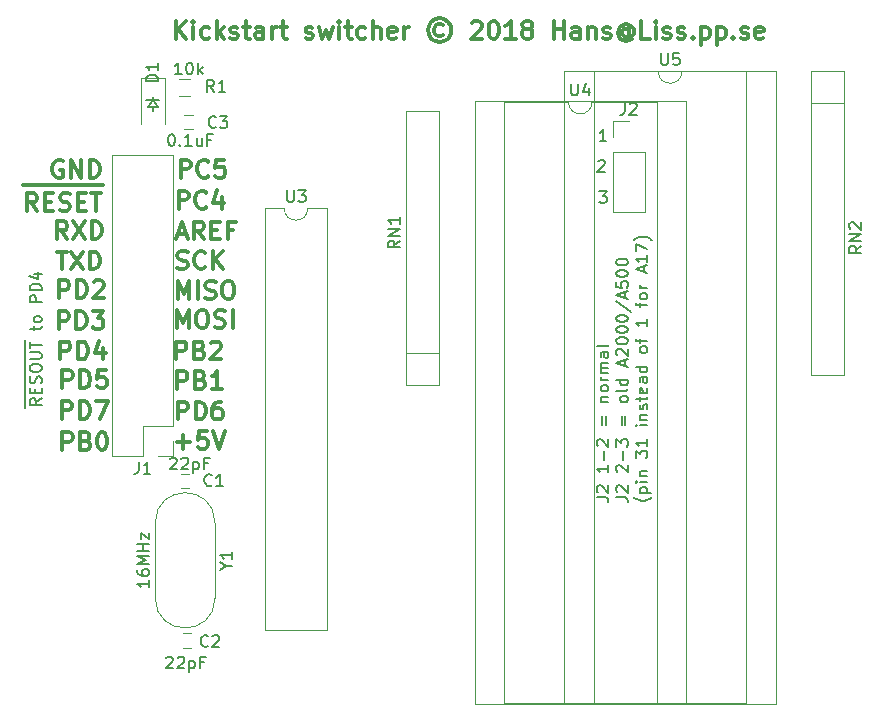
<source format=gbr>
G04 #@! TF.GenerationSoftware,KiCad,Pcbnew,(5.1.5)-2*
G04 #@! TF.CreationDate,2020-04-13T15:56:23+02:00*
G04 #@! TF.ProjectId,kickswitch,6b69636b-7377-4697-9463-682e6b696361,rev?*
G04 #@! TF.SameCoordinates,Original*
G04 #@! TF.FileFunction,Legend,Top*
G04 #@! TF.FilePolarity,Positive*
%FSLAX46Y46*%
G04 Gerber Fmt 4.6, Leading zero omitted, Abs format (unit mm)*
G04 Created by KiCad (PCBNEW (5.1.5)-2) date 2020-04-13 15:56:23*
%MOMM*%
%LPD*%
G04 APERTURE LIST*
%ADD10C,0.150000*%
%ADD11C,0.300000*%
%ADD12C,0.120000*%
G04 APERTURE END LIST*
D10*
X88622380Y-142130476D02*
X88622380Y-142701904D01*
X88622380Y-142416190D02*
X87622380Y-142416190D01*
X87765238Y-142511428D01*
X87860476Y-142606666D01*
X87908095Y-142701904D01*
X87622380Y-141273333D02*
X87622380Y-141463809D01*
X87670000Y-141559047D01*
X87717619Y-141606666D01*
X87860476Y-141701904D01*
X88050952Y-141749523D01*
X88431904Y-141749523D01*
X88527142Y-141701904D01*
X88574761Y-141654285D01*
X88622380Y-141559047D01*
X88622380Y-141368571D01*
X88574761Y-141273333D01*
X88527142Y-141225714D01*
X88431904Y-141178095D01*
X88193809Y-141178095D01*
X88098571Y-141225714D01*
X88050952Y-141273333D01*
X88003333Y-141368571D01*
X88003333Y-141559047D01*
X88050952Y-141654285D01*
X88098571Y-141701904D01*
X88193809Y-141749523D01*
X88622380Y-140749523D02*
X87622380Y-140749523D01*
X88336666Y-140416190D01*
X87622380Y-140082857D01*
X88622380Y-140082857D01*
X88622380Y-139606666D02*
X87622380Y-139606666D01*
X88098571Y-139606666D02*
X88098571Y-139035238D01*
X88622380Y-139035238D02*
X87622380Y-139035238D01*
X87955714Y-138654285D02*
X87955714Y-138130476D01*
X88622380Y-138654285D01*
X88622380Y-138130476D01*
X88950000Y-102070000D02*
X88960000Y-102430000D01*
X88960000Y-101440000D02*
X88960000Y-101170000D01*
X89510000Y-101450000D02*
X88960000Y-101440000D01*
X88380000Y-101450000D02*
X89510000Y-101450000D01*
X88970000Y-101440000D02*
X88380000Y-101450000D01*
X88560000Y-102060000D02*
X88970000Y-101440000D01*
X89360000Y-102060000D02*
X88560000Y-102060000D01*
X88960000Y-101460000D02*
X89360000Y-102060000D01*
X91394761Y-99292380D02*
X90823333Y-99292380D01*
X91109047Y-99292380D02*
X91109047Y-98292380D01*
X91013809Y-98435238D01*
X90918571Y-98530476D01*
X90823333Y-98578095D01*
X92013809Y-98292380D02*
X92109047Y-98292380D01*
X92204285Y-98340000D01*
X92251904Y-98387619D01*
X92299523Y-98482857D01*
X92347142Y-98673333D01*
X92347142Y-98911428D01*
X92299523Y-99101904D01*
X92251904Y-99197142D01*
X92204285Y-99244761D01*
X92109047Y-99292380D01*
X92013809Y-99292380D01*
X91918571Y-99244761D01*
X91870952Y-99197142D01*
X91823333Y-99101904D01*
X91775714Y-98911428D01*
X91775714Y-98673333D01*
X91823333Y-98482857D01*
X91870952Y-98387619D01*
X91918571Y-98340000D01*
X92013809Y-98292380D01*
X92775714Y-99292380D02*
X92775714Y-98292380D01*
X92870952Y-98911428D02*
X93156666Y-99292380D01*
X93156666Y-98625714D02*
X92775714Y-99006666D01*
X90477142Y-104332380D02*
X90572380Y-104332380D01*
X90667619Y-104380000D01*
X90715238Y-104427619D01*
X90762857Y-104522857D01*
X90810476Y-104713333D01*
X90810476Y-104951428D01*
X90762857Y-105141904D01*
X90715238Y-105237142D01*
X90667619Y-105284761D01*
X90572380Y-105332380D01*
X90477142Y-105332380D01*
X90381904Y-105284761D01*
X90334285Y-105237142D01*
X90286666Y-105141904D01*
X90239047Y-104951428D01*
X90239047Y-104713333D01*
X90286666Y-104522857D01*
X90334285Y-104427619D01*
X90381904Y-104380000D01*
X90477142Y-104332380D01*
X91239047Y-105237142D02*
X91286666Y-105284761D01*
X91239047Y-105332380D01*
X91191428Y-105284761D01*
X91239047Y-105237142D01*
X91239047Y-105332380D01*
X92239047Y-105332380D02*
X91667619Y-105332380D01*
X91953333Y-105332380D02*
X91953333Y-104332380D01*
X91858095Y-104475238D01*
X91762857Y-104570476D01*
X91667619Y-104618095D01*
X93096190Y-104665714D02*
X93096190Y-105332380D01*
X92667619Y-104665714D02*
X92667619Y-105189523D01*
X92715238Y-105284761D01*
X92810476Y-105332380D01*
X92953333Y-105332380D01*
X93048571Y-105284761D01*
X93096190Y-105237142D01*
X93905714Y-104808571D02*
X93572380Y-104808571D01*
X93572380Y-105332380D02*
X93572380Y-104332380D01*
X94048571Y-104332380D01*
X90417142Y-131837619D02*
X90464761Y-131790000D01*
X90560000Y-131742380D01*
X90798095Y-131742380D01*
X90893333Y-131790000D01*
X90940952Y-131837619D01*
X90988571Y-131932857D01*
X90988571Y-132028095D01*
X90940952Y-132170952D01*
X90369523Y-132742380D01*
X90988571Y-132742380D01*
X91369523Y-131837619D02*
X91417142Y-131790000D01*
X91512380Y-131742380D01*
X91750476Y-131742380D01*
X91845714Y-131790000D01*
X91893333Y-131837619D01*
X91940952Y-131932857D01*
X91940952Y-132028095D01*
X91893333Y-132170952D01*
X91321904Y-132742380D01*
X91940952Y-132742380D01*
X92369523Y-132075714D02*
X92369523Y-133075714D01*
X92369523Y-132123333D02*
X92464761Y-132075714D01*
X92655238Y-132075714D01*
X92750476Y-132123333D01*
X92798095Y-132170952D01*
X92845714Y-132266190D01*
X92845714Y-132551904D01*
X92798095Y-132647142D01*
X92750476Y-132694761D01*
X92655238Y-132742380D01*
X92464761Y-132742380D01*
X92369523Y-132694761D01*
X93607619Y-132218571D02*
X93274285Y-132218571D01*
X93274285Y-132742380D02*
X93274285Y-131742380D01*
X93750476Y-131742380D01*
X90087142Y-148677619D02*
X90134761Y-148630000D01*
X90230000Y-148582380D01*
X90468095Y-148582380D01*
X90563333Y-148630000D01*
X90610952Y-148677619D01*
X90658571Y-148772857D01*
X90658571Y-148868095D01*
X90610952Y-149010952D01*
X90039523Y-149582380D01*
X90658571Y-149582380D01*
X91039523Y-148677619D02*
X91087142Y-148630000D01*
X91182380Y-148582380D01*
X91420476Y-148582380D01*
X91515714Y-148630000D01*
X91563333Y-148677619D01*
X91610952Y-148772857D01*
X91610952Y-148868095D01*
X91563333Y-149010952D01*
X90991904Y-149582380D01*
X91610952Y-149582380D01*
X92039523Y-148915714D02*
X92039523Y-149915714D01*
X92039523Y-148963333D02*
X92134761Y-148915714D01*
X92325238Y-148915714D01*
X92420476Y-148963333D01*
X92468095Y-149010952D01*
X92515714Y-149106190D01*
X92515714Y-149391904D01*
X92468095Y-149487142D01*
X92420476Y-149534761D01*
X92325238Y-149582380D01*
X92134761Y-149582380D01*
X92039523Y-149534761D01*
X93277619Y-149058571D02*
X92944285Y-149058571D01*
X92944285Y-149582380D02*
X92944285Y-148582380D01*
X93420476Y-148582380D01*
X78165000Y-127533333D02*
X78165000Y-126533333D01*
X79532380Y-126723809D02*
X79056190Y-127057142D01*
X79532380Y-127295238D02*
X78532380Y-127295238D01*
X78532380Y-126914285D01*
X78580000Y-126819047D01*
X78627619Y-126771428D01*
X78722857Y-126723809D01*
X78865714Y-126723809D01*
X78960952Y-126771428D01*
X79008571Y-126819047D01*
X79056190Y-126914285D01*
X79056190Y-127295238D01*
X78165000Y-126533333D02*
X78165000Y-125628571D01*
X79008571Y-126295238D02*
X79008571Y-125961904D01*
X79532380Y-125819047D02*
X79532380Y-126295238D01*
X78532380Y-126295238D01*
X78532380Y-125819047D01*
X78165000Y-125628571D02*
X78165000Y-124676190D01*
X79484761Y-125438095D02*
X79532380Y-125295238D01*
X79532380Y-125057142D01*
X79484761Y-124961904D01*
X79437142Y-124914285D01*
X79341904Y-124866666D01*
X79246666Y-124866666D01*
X79151428Y-124914285D01*
X79103809Y-124961904D01*
X79056190Y-125057142D01*
X79008571Y-125247619D01*
X78960952Y-125342857D01*
X78913333Y-125390476D01*
X78818095Y-125438095D01*
X78722857Y-125438095D01*
X78627619Y-125390476D01*
X78580000Y-125342857D01*
X78532380Y-125247619D01*
X78532380Y-125009523D01*
X78580000Y-124866666D01*
X78165000Y-124676190D02*
X78165000Y-123628571D01*
X78532380Y-124247619D02*
X78532380Y-124057142D01*
X78580000Y-123961904D01*
X78675238Y-123866666D01*
X78865714Y-123819047D01*
X79199047Y-123819047D01*
X79389523Y-123866666D01*
X79484761Y-123961904D01*
X79532380Y-124057142D01*
X79532380Y-124247619D01*
X79484761Y-124342857D01*
X79389523Y-124438095D01*
X79199047Y-124485714D01*
X78865714Y-124485714D01*
X78675238Y-124438095D01*
X78580000Y-124342857D01*
X78532380Y-124247619D01*
X78165000Y-123628571D02*
X78165000Y-122580952D01*
X78532380Y-123390476D02*
X79341904Y-123390476D01*
X79437142Y-123342857D01*
X79484761Y-123295238D01*
X79532380Y-123200000D01*
X79532380Y-123009523D01*
X79484761Y-122914285D01*
X79437142Y-122866666D01*
X79341904Y-122819047D01*
X78532380Y-122819047D01*
X78165000Y-122580952D02*
X78165000Y-121819047D01*
X78532380Y-122485714D02*
X78532380Y-121914285D01*
X79532380Y-122200000D02*
X78532380Y-122200000D01*
X78865714Y-120961904D02*
X78865714Y-120580952D01*
X78532380Y-120819047D02*
X79389523Y-120819047D01*
X79484761Y-120771428D01*
X79532380Y-120676190D01*
X79532380Y-120580952D01*
X79532380Y-120104761D02*
X79484761Y-120200000D01*
X79437142Y-120247619D01*
X79341904Y-120295238D01*
X79056190Y-120295238D01*
X78960952Y-120247619D01*
X78913333Y-120200000D01*
X78865714Y-120104761D01*
X78865714Y-119961904D01*
X78913333Y-119866666D01*
X78960952Y-119819047D01*
X79056190Y-119771428D01*
X79341904Y-119771428D01*
X79437142Y-119819047D01*
X79484761Y-119866666D01*
X79532380Y-119961904D01*
X79532380Y-120104761D01*
X79532380Y-118580952D02*
X78532380Y-118580952D01*
X78532380Y-118200000D01*
X78580000Y-118104761D01*
X78627619Y-118057142D01*
X78722857Y-118009523D01*
X78865714Y-118009523D01*
X78960952Y-118057142D01*
X79008571Y-118104761D01*
X79056190Y-118200000D01*
X79056190Y-118580952D01*
X79532380Y-117580952D02*
X78532380Y-117580952D01*
X78532380Y-117342857D01*
X78580000Y-117200000D01*
X78675238Y-117104761D01*
X78770476Y-117057142D01*
X78960952Y-117009523D01*
X79103809Y-117009523D01*
X79294285Y-117057142D01*
X79389523Y-117104761D01*
X79484761Y-117200000D01*
X79532380Y-117342857D01*
X79532380Y-117580952D01*
X78865714Y-116152380D02*
X79532380Y-116152380D01*
X78484761Y-116390476D02*
X79199047Y-116628571D01*
X79199047Y-116009523D01*
X126522380Y-135088690D02*
X127236666Y-135088690D01*
X127379523Y-135136309D01*
X127474761Y-135231547D01*
X127522380Y-135374404D01*
X127522380Y-135469642D01*
X126617619Y-134660119D02*
X126570000Y-134612500D01*
X126522380Y-134517261D01*
X126522380Y-134279166D01*
X126570000Y-134183928D01*
X126617619Y-134136309D01*
X126712857Y-134088690D01*
X126808095Y-134088690D01*
X126950952Y-134136309D01*
X127522380Y-134707738D01*
X127522380Y-134088690D01*
X127522380Y-132374404D02*
X127522380Y-132945833D01*
X127522380Y-132660119D02*
X126522380Y-132660119D01*
X126665238Y-132755357D01*
X126760476Y-132850595D01*
X126808095Y-132945833D01*
X127141428Y-131945833D02*
X127141428Y-131183928D01*
X126617619Y-130755357D02*
X126570000Y-130707738D01*
X126522380Y-130612500D01*
X126522380Y-130374404D01*
X126570000Y-130279166D01*
X126617619Y-130231547D01*
X126712857Y-130183928D01*
X126808095Y-130183928D01*
X126950952Y-130231547D01*
X127522380Y-130802976D01*
X127522380Y-130183928D01*
X126998571Y-128993452D02*
X126998571Y-128231547D01*
X127284285Y-128231547D02*
X127284285Y-128993452D01*
X126855714Y-126993452D02*
X127522380Y-126993452D01*
X126950952Y-126993452D02*
X126903333Y-126945833D01*
X126855714Y-126850595D01*
X126855714Y-126707738D01*
X126903333Y-126612500D01*
X126998571Y-126564880D01*
X127522380Y-126564880D01*
X127522380Y-125945833D02*
X127474761Y-126041071D01*
X127427142Y-126088690D01*
X127331904Y-126136309D01*
X127046190Y-126136309D01*
X126950952Y-126088690D01*
X126903333Y-126041071D01*
X126855714Y-125945833D01*
X126855714Y-125802976D01*
X126903333Y-125707738D01*
X126950952Y-125660119D01*
X127046190Y-125612500D01*
X127331904Y-125612500D01*
X127427142Y-125660119D01*
X127474761Y-125707738D01*
X127522380Y-125802976D01*
X127522380Y-125945833D01*
X127522380Y-125183928D02*
X126855714Y-125183928D01*
X127046190Y-125183928D02*
X126950952Y-125136309D01*
X126903333Y-125088690D01*
X126855714Y-124993452D01*
X126855714Y-124898214D01*
X127522380Y-124564880D02*
X126855714Y-124564880D01*
X126950952Y-124564880D02*
X126903333Y-124517261D01*
X126855714Y-124422023D01*
X126855714Y-124279166D01*
X126903333Y-124183928D01*
X126998571Y-124136309D01*
X127522380Y-124136309D01*
X126998571Y-124136309D02*
X126903333Y-124088690D01*
X126855714Y-123993452D01*
X126855714Y-123850595D01*
X126903333Y-123755357D01*
X126998571Y-123707738D01*
X127522380Y-123707738D01*
X127522380Y-122802976D02*
X126998571Y-122802976D01*
X126903333Y-122850595D01*
X126855714Y-122945833D01*
X126855714Y-123136309D01*
X126903333Y-123231547D01*
X127474761Y-122802976D02*
X127522380Y-122898214D01*
X127522380Y-123136309D01*
X127474761Y-123231547D01*
X127379523Y-123279166D01*
X127284285Y-123279166D01*
X127189047Y-123231547D01*
X127141428Y-123136309D01*
X127141428Y-122898214D01*
X127093809Y-122802976D01*
X127522380Y-122183928D02*
X127474761Y-122279166D01*
X127379523Y-122326785D01*
X126522380Y-122326785D01*
X128172380Y-135088690D02*
X128886666Y-135088690D01*
X129029523Y-135136309D01*
X129124761Y-135231547D01*
X129172380Y-135374404D01*
X129172380Y-135469642D01*
X128267619Y-134660119D02*
X128220000Y-134612500D01*
X128172380Y-134517261D01*
X128172380Y-134279166D01*
X128220000Y-134183928D01*
X128267619Y-134136309D01*
X128362857Y-134088690D01*
X128458095Y-134088690D01*
X128600952Y-134136309D01*
X129172380Y-134707738D01*
X129172380Y-134088690D01*
X128267619Y-132945833D02*
X128220000Y-132898214D01*
X128172380Y-132802976D01*
X128172380Y-132564880D01*
X128220000Y-132469642D01*
X128267619Y-132422023D01*
X128362857Y-132374404D01*
X128458095Y-132374404D01*
X128600952Y-132422023D01*
X129172380Y-132993452D01*
X129172380Y-132374404D01*
X128791428Y-131945833D02*
X128791428Y-131183928D01*
X128172380Y-130802976D02*
X128172380Y-130183928D01*
X128553333Y-130517261D01*
X128553333Y-130374404D01*
X128600952Y-130279166D01*
X128648571Y-130231547D01*
X128743809Y-130183928D01*
X128981904Y-130183928D01*
X129077142Y-130231547D01*
X129124761Y-130279166D01*
X129172380Y-130374404D01*
X129172380Y-130660119D01*
X129124761Y-130755357D01*
X129077142Y-130802976D01*
X128648571Y-128993452D02*
X128648571Y-128231547D01*
X128934285Y-128231547D02*
X128934285Y-128993452D01*
X129172380Y-126850595D02*
X129124761Y-126945833D01*
X129077142Y-126993452D01*
X128981904Y-127041071D01*
X128696190Y-127041071D01*
X128600952Y-126993452D01*
X128553333Y-126945833D01*
X128505714Y-126850595D01*
X128505714Y-126707738D01*
X128553333Y-126612500D01*
X128600952Y-126564880D01*
X128696190Y-126517261D01*
X128981904Y-126517261D01*
X129077142Y-126564880D01*
X129124761Y-126612500D01*
X129172380Y-126707738D01*
X129172380Y-126850595D01*
X129172380Y-125945833D02*
X129124761Y-126041071D01*
X129029523Y-126088690D01*
X128172380Y-126088690D01*
X129172380Y-125136309D02*
X128172380Y-125136309D01*
X129124761Y-125136309D02*
X129172380Y-125231547D01*
X129172380Y-125422023D01*
X129124761Y-125517261D01*
X129077142Y-125564880D01*
X128981904Y-125612500D01*
X128696190Y-125612500D01*
X128600952Y-125564880D01*
X128553333Y-125517261D01*
X128505714Y-125422023D01*
X128505714Y-125231547D01*
X128553333Y-125136309D01*
X128886666Y-123945833D02*
X128886666Y-123469642D01*
X129172380Y-124041071D02*
X128172380Y-123707738D01*
X129172380Y-123374404D01*
X128267619Y-123088690D02*
X128220000Y-123041071D01*
X128172380Y-122945833D01*
X128172380Y-122707738D01*
X128220000Y-122612500D01*
X128267619Y-122564880D01*
X128362857Y-122517261D01*
X128458095Y-122517261D01*
X128600952Y-122564880D01*
X129172380Y-123136309D01*
X129172380Y-122517261D01*
X128172380Y-121898214D02*
X128172380Y-121802976D01*
X128220000Y-121707738D01*
X128267619Y-121660119D01*
X128362857Y-121612500D01*
X128553333Y-121564880D01*
X128791428Y-121564880D01*
X128981904Y-121612500D01*
X129077142Y-121660119D01*
X129124761Y-121707738D01*
X129172380Y-121802976D01*
X129172380Y-121898214D01*
X129124761Y-121993452D01*
X129077142Y-122041071D01*
X128981904Y-122088690D01*
X128791428Y-122136309D01*
X128553333Y-122136309D01*
X128362857Y-122088690D01*
X128267619Y-122041071D01*
X128220000Y-121993452D01*
X128172380Y-121898214D01*
X128172380Y-120945833D02*
X128172380Y-120850595D01*
X128220000Y-120755357D01*
X128267619Y-120707738D01*
X128362857Y-120660119D01*
X128553333Y-120612500D01*
X128791428Y-120612500D01*
X128981904Y-120660119D01*
X129077142Y-120707738D01*
X129124761Y-120755357D01*
X129172380Y-120850595D01*
X129172380Y-120945833D01*
X129124761Y-121041071D01*
X129077142Y-121088690D01*
X128981904Y-121136309D01*
X128791428Y-121183928D01*
X128553333Y-121183928D01*
X128362857Y-121136309D01*
X128267619Y-121088690D01*
X128220000Y-121041071D01*
X128172380Y-120945833D01*
X128172380Y-119993452D02*
X128172380Y-119898214D01*
X128220000Y-119802976D01*
X128267619Y-119755357D01*
X128362857Y-119707738D01*
X128553333Y-119660119D01*
X128791428Y-119660119D01*
X128981904Y-119707738D01*
X129077142Y-119755357D01*
X129124761Y-119802976D01*
X129172380Y-119898214D01*
X129172380Y-119993452D01*
X129124761Y-120088690D01*
X129077142Y-120136309D01*
X128981904Y-120183928D01*
X128791428Y-120231547D01*
X128553333Y-120231547D01*
X128362857Y-120183928D01*
X128267619Y-120136309D01*
X128220000Y-120088690D01*
X128172380Y-119993452D01*
X128124761Y-118517261D02*
X129410476Y-119374404D01*
X128886666Y-118231547D02*
X128886666Y-117755357D01*
X129172380Y-118326785D02*
X128172380Y-117993452D01*
X129172380Y-117660119D01*
X128172380Y-116850595D02*
X128172380Y-117326785D01*
X128648571Y-117374404D01*
X128600952Y-117326785D01*
X128553333Y-117231547D01*
X128553333Y-116993452D01*
X128600952Y-116898214D01*
X128648571Y-116850595D01*
X128743809Y-116802976D01*
X128981904Y-116802976D01*
X129077142Y-116850595D01*
X129124761Y-116898214D01*
X129172380Y-116993452D01*
X129172380Y-117231547D01*
X129124761Y-117326785D01*
X129077142Y-117374404D01*
X128172380Y-116183928D02*
X128172380Y-116088690D01*
X128220000Y-115993452D01*
X128267619Y-115945833D01*
X128362857Y-115898214D01*
X128553333Y-115850595D01*
X128791428Y-115850595D01*
X128981904Y-115898214D01*
X129077142Y-115945833D01*
X129124761Y-115993452D01*
X129172380Y-116088690D01*
X129172380Y-116183928D01*
X129124761Y-116279166D01*
X129077142Y-116326785D01*
X128981904Y-116374404D01*
X128791428Y-116422023D01*
X128553333Y-116422023D01*
X128362857Y-116374404D01*
X128267619Y-116326785D01*
X128220000Y-116279166D01*
X128172380Y-116183928D01*
X128172380Y-115231547D02*
X128172380Y-115136309D01*
X128220000Y-115041071D01*
X128267619Y-114993452D01*
X128362857Y-114945833D01*
X128553333Y-114898214D01*
X128791428Y-114898214D01*
X128981904Y-114945833D01*
X129077142Y-114993452D01*
X129124761Y-115041071D01*
X129172380Y-115136309D01*
X129172380Y-115231547D01*
X129124761Y-115326785D01*
X129077142Y-115374404D01*
X128981904Y-115422023D01*
X128791428Y-115469642D01*
X128553333Y-115469642D01*
X128362857Y-115422023D01*
X128267619Y-115374404D01*
X128220000Y-115326785D01*
X128172380Y-115231547D01*
X131203333Y-135088690D02*
X131155714Y-135136309D01*
X131012857Y-135231547D01*
X130917619Y-135279166D01*
X130774761Y-135326785D01*
X130536666Y-135374404D01*
X130346190Y-135374404D01*
X130108095Y-135326785D01*
X129965238Y-135279166D01*
X129870000Y-135231547D01*
X129727142Y-135136309D01*
X129679523Y-135088690D01*
X130155714Y-134707738D02*
X131155714Y-134707738D01*
X130203333Y-134707738D02*
X130155714Y-134612500D01*
X130155714Y-134422023D01*
X130203333Y-134326785D01*
X130250952Y-134279166D01*
X130346190Y-134231547D01*
X130631904Y-134231547D01*
X130727142Y-134279166D01*
X130774761Y-134326785D01*
X130822380Y-134422023D01*
X130822380Y-134612500D01*
X130774761Y-134707738D01*
X130822380Y-133802976D02*
X130155714Y-133802976D01*
X129822380Y-133802976D02*
X129870000Y-133850595D01*
X129917619Y-133802976D01*
X129870000Y-133755357D01*
X129822380Y-133802976D01*
X129917619Y-133802976D01*
X130155714Y-133326785D02*
X130822380Y-133326785D01*
X130250952Y-133326785D02*
X130203333Y-133279166D01*
X130155714Y-133183928D01*
X130155714Y-133041071D01*
X130203333Y-132945833D01*
X130298571Y-132898214D01*
X130822380Y-132898214D01*
X129822380Y-131755357D02*
X129822380Y-131136309D01*
X130203333Y-131469642D01*
X130203333Y-131326785D01*
X130250952Y-131231547D01*
X130298571Y-131183928D01*
X130393809Y-131136309D01*
X130631904Y-131136309D01*
X130727142Y-131183928D01*
X130774761Y-131231547D01*
X130822380Y-131326785D01*
X130822380Y-131612500D01*
X130774761Y-131707738D01*
X130727142Y-131755357D01*
X130822380Y-130183928D02*
X130822380Y-130755357D01*
X130822380Y-130469642D02*
X129822380Y-130469642D01*
X129965238Y-130564880D01*
X130060476Y-130660119D01*
X130108095Y-130755357D01*
X130822380Y-128993452D02*
X130155714Y-128993452D01*
X129822380Y-128993452D02*
X129870000Y-129041071D01*
X129917619Y-128993452D01*
X129870000Y-128945833D01*
X129822380Y-128993452D01*
X129917619Y-128993452D01*
X130155714Y-128517261D02*
X130822380Y-128517261D01*
X130250952Y-128517261D02*
X130203333Y-128469642D01*
X130155714Y-128374404D01*
X130155714Y-128231547D01*
X130203333Y-128136309D01*
X130298571Y-128088690D01*
X130822380Y-128088690D01*
X130774761Y-127660119D02*
X130822380Y-127564880D01*
X130822380Y-127374404D01*
X130774761Y-127279166D01*
X130679523Y-127231547D01*
X130631904Y-127231547D01*
X130536666Y-127279166D01*
X130489047Y-127374404D01*
X130489047Y-127517261D01*
X130441428Y-127612500D01*
X130346190Y-127660119D01*
X130298571Y-127660119D01*
X130203333Y-127612500D01*
X130155714Y-127517261D01*
X130155714Y-127374404D01*
X130203333Y-127279166D01*
X130155714Y-126945833D02*
X130155714Y-126564880D01*
X129822380Y-126802976D02*
X130679523Y-126802976D01*
X130774761Y-126755357D01*
X130822380Y-126660119D01*
X130822380Y-126564880D01*
X130774761Y-125850595D02*
X130822380Y-125945833D01*
X130822380Y-126136309D01*
X130774761Y-126231547D01*
X130679523Y-126279166D01*
X130298571Y-126279166D01*
X130203333Y-126231547D01*
X130155714Y-126136309D01*
X130155714Y-125945833D01*
X130203333Y-125850595D01*
X130298571Y-125802976D01*
X130393809Y-125802976D01*
X130489047Y-126279166D01*
X130822380Y-124945833D02*
X130298571Y-124945833D01*
X130203333Y-124993452D01*
X130155714Y-125088690D01*
X130155714Y-125279166D01*
X130203333Y-125374404D01*
X130774761Y-124945833D02*
X130822380Y-125041071D01*
X130822380Y-125279166D01*
X130774761Y-125374404D01*
X130679523Y-125422023D01*
X130584285Y-125422023D01*
X130489047Y-125374404D01*
X130441428Y-125279166D01*
X130441428Y-125041071D01*
X130393809Y-124945833D01*
X130822380Y-124041071D02*
X129822380Y-124041071D01*
X130774761Y-124041071D02*
X130822380Y-124136309D01*
X130822380Y-124326785D01*
X130774761Y-124422023D01*
X130727142Y-124469642D01*
X130631904Y-124517261D01*
X130346190Y-124517261D01*
X130250952Y-124469642D01*
X130203333Y-124422023D01*
X130155714Y-124326785D01*
X130155714Y-124136309D01*
X130203333Y-124041071D01*
X130822380Y-122660119D02*
X130774761Y-122755357D01*
X130727142Y-122802976D01*
X130631904Y-122850595D01*
X130346190Y-122850595D01*
X130250952Y-122802976D01*
X130203333Y-122755357D01*
X130155714Y-122660119D01*
X130155714Y-122517261D01*
X130203333Y-122422023D01*
X130250952Y-122374404D01*
X130346190Y-122326785D01*
X130631904Y-122326785D01*
X130727142Y-122374404D01*
X130774761Y-122422023D01*
X130822380Y-122517261D01*
X130822380Y-122660119D01*
X130155714Y-122041071D02*
X130155714Y-121660119D01*
X130822380Y-121898214D02*
X129965238Y-121898214D01*
X129870000Y-121850595D01*
X129822380Y-121755357D01*
X129822380Y-121660119D01*
X130822380Y-120041071D02*
X130822380Y-120612500D01*
X130822380Y-120326785D02*
X129822380Y-120326785D01*
X129965238Y-120422023D01*
X130060476Y-120517261D01*
X130108095Y-120612500D01*
X130155714Y-118993452D02*
X130155714Y-118612500D01*
X130822380Y-118850595D02*
X129965238Y-118850595D01*
X129870000Y-118802976D01*
X129822380Y-118707738D01*
X129822380Y-118612500D01*
X130822380Y-118136309D02*
X130774761Y-118231547D01*
X130727142Y-118279166D01*
X130631904Y-118326785D01*
X130346190Y-118326785D01*
X130250952Y-118279166D01*
X130203333Y-118231547D01*
X130155714Y-118136309D01*
X130155714Y-117993452D01*
X130203333Y-117898214D01*
X130250952Y-117850595D01*
X130346190Y-117802976D01*
X130631904Y-117802976D01*
X130727142Y-117850595D01*
X130774761Y-117898214D01*
X130822380Y-117993452D01*
X130822380Y-118136309D01*
X130822380Y-117374404D02*
X130155714Y-117374404D01*
X130346190Y-117374404D02*
X130250952Y-117326785D01*
X130203333Y-117279166D01*
X130155714Y-117183928D01*
X130155714Y-117088690D01*
X130536666Y-116041071D02*
X130536666Y-115564880D01*
X130822380Y-116136309D02*
X129822380Y-115802976D01*
X130822380Y-115469642D01*
X130822380Y-114612500D02*
X130822380Y-115183928D01*
X130822380Y-114898214D02*
X129822380Y-114898214D01*
X129965238Y-114993452D01*
X130060476Y-115088690D01*
X130108095Y-115183928D01*
X129822380Y-114279166D02*
X129822380Y-113612500D01*
X130822380Y-114041071D01*
X131203333Y-113326785D02*
X131155714Y-113279166D01*
X131012857Y-113183928D01*
X130917619Y-113136309D01*
X130774761Y-113088690D01*
X130536666Y-113041071D01*
X130346190Y-113041071D01*
X130108095Y-113088690D01*
X129965238Y-113136309D01*
X129870000Y-113183928D01*
X129727142Y-113279166D01*
X129679523Y-113326785D01*
X126756666Y-109182380D02*
X127375714Y-109182380D01*
X127042380Y-109563333D01*
X127185238Y-109563333D01*
X127280476Y-109610952D01*
X127328095Y-109658571D01*
X127375714Y-109753809D01*
X127375714Y-109991904D01*
X127328095Y-110087142D01*
X127280476Y-110134761D01*
X127185238Y-110182380D01*
X126899523Y-110182380D01*
X126804285Y-110134761D01*
X126756666Y-110087142D01*
X126644285Y-106637619D02*
X126691904Y-106590000D01*
X126787142Y-106542380D01*
X127025238Y-106542380D01*
X127120476Y-106590000D01*
X127168095Y-106637619D01*
X127215714Y-106732857D01*
X127215714Y-106828095D01*
X127168095Y-106970952D01*
X126596666Y-107542380D01*
X127215714Y-107542380D01*
X127345714Y-104952380D02*
X126774285Y-104952380D01*
X127060000Y-104952380D02*
X127060000Y-103952380D01*
X126964761Y-104095238D01*
X126869523Y-104190476D01*
X126774285Y-104238095D01*
D11*
X81308082Y-106623420D02*
X81165225Y-106551991D01*
X80950940Y-106551991D01*
X80736654Y-106623420D01*
X80593797Y-106766277D01*
X80522368Y-106909134D01*
X80450940Y-107194848D01*
X80450940Y-107409134D01*
X80522368Y-107694848D01*
X80593797Y-107837705D01*
X80736654Y-107980562D01*
X80950940Y-108051991D01*
X81093797Y-108051991D01*
X81308082Y-107980562D01*
X81379511Y-107909134D01*
X81379511Y-107409134D01*
X81093797Y-107409134D01*
X82022368Y-108051991D02*
X82022368Y-106551991D01*
X82879511Y-108051991D01*
X82879511Y-106551991D01*
X83593797Y-108051991D02*
X83593797Y-106551991D01*
X83950940Y-106551991D01*
X84165225Y-106623420D01*
X84308082Y-106766277D01*
X84379511Y-106909134D01*
X84450940Y-107194848D01*
X84450940Y-107409134D01*
X84379511Y-107694848D01*
X84308082Y-107837705D01*
X84165225Y-107980562D01*
X83950940Y-108051991D01*
X83593797Y-108051991D01*
X77940482Y-108697420D02*
X79440482Y-108697420D01*
X79154768Y-110845991D02*
X78654768Y-110131705D01*
X78297625Y-110845991D02*
X78297625Y-109345991D01*
X78869054Y-109345991D01*
X79011911Y-109417420D01*
X79083340Y-109488848D01*
X79154768Y-109631705D01*
X79154768Y-109845991D01*
X79083340Y-109988848D01*
X79011911Y-110060277D01*
X78869054Y-110131705D01*
X78297625Y-110131705D01*
X79440482Y-108697420D02*
X80797625Y-108697420D01*
X79797625Y-110060277D02*
X80297625Y-110060277D01*
X80511911Y-110845991D02*
X79797625Y-110845991D01*
X79797625Y-109345991D01*
X80511911Y-109345991D01*
X80797625Y-108697420D02*
X82226197Y-108697420D01*
X81083340Y-110774562D02*
X81297625Y-110845991D01*
X81654768Y-110845991D01*
X81797625Y-110774562D01*
X81869054Y-110703134D01*
X81940482Y-110560277D01*
X81940482Y-110417420D01*
X81869054Y-110274562D01*
X81797625Y-110203134D01*
X81654768Y-110131705D01*
X81369054Y-110060277D01*
X81226197Y-109988848D01*
X81154768Y-109917420D01*
X81083340Y-109774562D01*
X81083340Y-109631705D01*
X81154768Y-109488848D01*
X81226197Y-109417420D01*
X81369054Y-109345991D01*
X81726197Y-109345991D01*
X81940482Y-109417420D01*
X82226197Y-108697420D02*
X83583340Y-108697420D01*
X82583340Y-110060277D02*
X83083340Y-110060277D01*
X83297625Y-110845991D02*
X82583340Y-110845991D01*
X82583340Y-109345991D01*
X83297625Y-109345991D01*
X83583340Y-108697420D02*
X84726197Y-108697420D01*
X83726197Y-109345991D02*
X84583340Y-109345991D01*
X84154768Y-110845991D02*
X84154768Y-109345991D01*
X81702400Y-113220891D02*
X81202400Y-112506605D01*
X80845257Y-113220891D02*
X80845257Y-111720891D01*
X81416685Y-111720891D01*
X81559542Y-111792320D01*
X81630971Y-111863748D01*
X81702400Y-112006605D01*
X81702400Y-112220891D01*
X81630971Y-112363748D01*
X81559542Y-112435177D01*
X81416685Y-112506605D01*
X80845257Y-112506605D01*
X82202400Y-111720891D02*
X83202400Y-113220891D01*
X83202400Y-111720891D02*
X82202400Y-113220891D01*
X83773828Y-113220891D02*
X83773828Y-111720891D01*
X84130971Y-111720891D01*
X84345257Y-111792320D01*
X84488114Y-111935177D01*
X84559542Y-112078034D01*
X84630971Y-112363748D01*
X84630971Y-112578034D01*
X84559542Y-112863748D01*
X84488114Y-113006605D01*
X84345257Y-113149462D01*
X84130971Y-113220891D01*
X83773828Y-113220891D01*
X80809542Y-114291371D02*
X81666685Y-114291371D01*
X81238114Y-115791371D02*
X81238114Y-114291371D01*
X82023828Y-114291371D02*
X83023828Y-115791371D01*
X83023828Y-114291371D02*
X82023828Y-115791371D01*
X83595257Y-115791371D02*
X83595257Y-114291371D01*
X83952400Y-114291371D01*
X84166685Y-114362800D01*
X84309542Y-114505657D01*
X84380971Y-114648514D01*
X84452400Y-114934228D01*
X84452400Y-115148514D01*
X84380971Y-115434228D01*
X84309542Y-115577085D01*
X84166685Y-115719942D01*
X83952400Y-115791371D01*
X83595257Y-115791371D01*
X81012897Y-118222151D02*
X81012897Y-116722151D01*
X81584325Y-116722151D01*
X81727182Y-116793580D01*
X81798611Y-116865008D01*
X81870040Y-117007865D01*
X81870040Y-117222151D01*
X81798611Y-117365008D01*
X81727182Y-117436437D01*
X81584325Y-117507865D01*
X81012897Y-117507865D01*
X82512897Y-118222151D02*
X82512897Y-116722151D01*
X82870040Y-116722151D01*
X83084325Y-116793580D01*
X83227182Y-116936437D01*
X83298611Y-117079294D01*
X83370040Y-117365008D01*
X83370040Y-117579294D01*
X83298611Y-117865008D01*
X83227182Y-118007865D01*
X83084325Y-118150722D01*
X82870040Y-118222151D01*
X82512897Y-118222151D01*
X83941468Y-116865008D02*
X84012897Y-116793580D01*
X84155754Y-116722151D01*
X84512897Y-116722151D01*
X84655754Y-116793580D01*
X84727182Y-116865008D01*
X84798611Y-117007865D01*
X84798611Y-117150722D01*
X84727182Y-117365008D01*
X83870040Y-118222151D01*
X84798611Y-118222151D01*
X80984957Y-120848511D02*
X80984957Y-119348511D01*
X81556385Y-119348511D01*
X81699242Y-119419940D01*
X81770671Y-119491368D01*
X81842100Y-119634225D01*
X81842100Y-119848511D01*
X81770671Y-119991368D01*
X81699242Y-120062797D01*
X81556385Y-120134225D01*
X80984957Y-120134225D01*
X82484957Y-120848511D02*
X82484957Y-119348511D01*
X82842100Y-119348511D01*
X83056385Y-119419940D01*
X83199242Y-119562797D01*
X83270671Y-119705654D01*
X83342100Y-119991368D01*
X83342100Y-120205654D01*
X83270671Y-120491368D01*
X83199242Y-120634225D01*
X83056385Y-120777082D01*
X82842100Y-120848511D01*
X82484957Y-120848511D01*
X83842100Y-119348511D02*
X84770671Y-119348511D01*
X84270671Y-119919940D01*
X84484957Y-119919940D01*
X84627814Y-119991368D01*
X84699242Y-120062797D01*
X84770671Y-120205654D01*
X84770671Y-120562797D01*
X84699242Y-120705654D01*
X84627814Y-120777082D01*
X84484957Y-120848511D01*
X84056385Y-120848511D01*
X83913528Y-120777082D01*
X83842100Y-120705654D01*
X81096717Y-123418991D02*
X81096717Y-121918991D01*
X81668145Y-121918991D01*
X81811002Y-121990420D01*
X81882431Y-122061848D01*
X81953860Y-122204705D01*
X81953860Y-122418991D01*
X81882431Y-122561848D01*
X81811002Y-122633277D01*
X81668145Y-122704705D01*
X81096717Y-122704705D01*
X82596717Y-123418991D02*
X82596717Y-121918991D01*
X82953860Y-121918991D01*
X83168145Y-121990420D01*
X83311002Y-122133277D01*
X83382431Y-122276134D01*
X83453860Y-122561848D01*
X83453860Y-122776134D01*
X83382431Y-123061848D01*
X83311002Y-123204705D01*
X83168145Y-123347562D01*
X82953860Y-123418991D01*
X82596717Y-123418991D01*
X84739574Y-122418991D02*
X84739574Y-123418991D01*
X84382431Y-121847562D02*
X84025288Y-122918991D01*
X84953860Y-122918991D01*
X81292297Y-125849771D02*
X81292297Y-124349771D01*
X81863725Y-124349771D01*
X82006582Y-124421200D01*
X82078011Y-124492628D01*
X82149440Y-124635485D01*
X82149440Y-124849771D01*
X82078011Y-124992628D01*
X82006582Y-125064057D01*
X81863725Y-125135485D01*
X81292297Y-125135485D01*
X82792297Y-125849771D02*
X82792297Y-124349771D01*
X83149440Y-124349771D01*
X83363725Y-124421200D01*
X83506582Y-124564057D01*
X83578011Y-124706914D01*
X83649440Y-124992628D01*
X83649440Y-125206914D01*
X83578011Y-125492628D01*
X83506582Y-125635485D01*
X83363725Y-125778342D01*
X83149440Y-125849771D01*
X82792297Y-125849771D01*
X85006582Y-124349771D02*
X84292297Y-124349771D01*
X84220868Y-125064057D01*
X84292297Y-124992628D01*
X84435154Y-124921200D01*
X84792297Y-124921200D01*
X84935154Y-124992628D01*
X85006582Y-125064057D01*
X85078011Y-125206914D01*
X85078011Y-125564057D01*
X85006582Y-125706914D01*
X84935154Y-125778342D01*
X84792297Y-125849771D01*
X84435154Y-125849771D01*
X84292297Y-125778342D01*
X84220868Y-125706914D01*
X81264357Y-128448191D02*
X81264357Y-126948191D01*
X81835785Y-126948191D01*
X81978642Y-127019620D01*
X82050071Y-127091048D01*
X82121500Y-127233905D01*
X82121500Y-127448191D01*
X82050071Y-127591048D01*
X81978642Y-127662477D01*
X81835785Y-127733905D01*
X81264357Y-127733905D01*
X82764357Y-128448191D02*
X82764357Y-126948191D01*
X83121500Y-126948191D01*
X83335785Y-127019620D01*
X83478642Y-127162477D01*
X83550071Y-127305334D01*
X83621500Y-127591048D01*
X83621500Y-127805334D01*
X83550071Y-128091048D01*
X83478642Y-128233905D01*
X83335785Y-128376762D01*
X83121500Y-128448191D01*
X82764357Y-128448191D01*
X84121500Y-126948191D02*
X85121500Y-126948191D01*
X84478642Y-128448191D01*
X81292297Y-131102491D02*
X81292297Y-129602491D01*
X81863725Y-129602491D01*
X82006582Y-129673920D01*
X82078011Y-129745348D01*
X82149440Y-129888205D01*
X82149440Y-130102491D01*
X82078011Y-130245348D01*
X82006582Y-130316777D01*
X81863725Y-130388205D01*
X81292297Y-130388205D01*
X83292297Y-130316777D02*
X83506582Y-130388205D01*
X83578011Y-130459634D01*
X83649440Y-130602491D01*
X83649440Y-130816777D01*
X83578011Y-130959634D01*
X83506582Y-131031062D01*
X83363725Y-131102491D01*
X82792297Y-131102491D01*
X82792297Y-129602491D01*
X83292297Y-129602491D01*
X83435154Y-129673920D01*
X83506582Y-129745348D01*
X83578011Y-129888205D01*
X83578011Y-130031062D01*
X83506582Y-130173920D01*
X83435154Y-130245348D01*
X83292297Y-130316777D01*
X82792297Y-130316777D01*
X84578011Y-129602491D02*
X84720868Y-129602491D01*
X84863725Y-129673920D01*
X84935154Y-129745348D01*
X85006582Y-129888205D01*
X85078011Y-130173920D01*
X85078011Y-130531062D01*
X85006582Y-130816777D01*
X84935154Y-130959634D01*
X84863725Y-131031062D01*
X84720868Y-131102491D01*
X84578011Y-131102491D01*
X84435154Y-131031062D01*
X84363725Y-130959634D01*
X84292297Y-130816777D01*
X84220868Y-130531062D01*
X84220868Y-130173920D01*
X84292297Y-129888205D01*
X84363725Y-129745348D01*
X84435154Y-129673920D01*
X84578011Y-129602491D01*
X90971928Y-130419302D02*
X92114785Y-130419302D01*
X91543357Y-130990731D02*
X91543357Y-129847874D01*
X93543357Y-129490731D02*
X92829071Y-129490731D01*
X92757642Y-130205017D01*
X92829071Y-130133588D01*
X92971928Y-130062160D01*
X93329071Y-130062160D01*
X93471928Y-130133588D01*
X93543357Y-130205017D01*
X93614785Y-130347874D01*
X93614785Y-130705017D01*
X93543357Y-130847874D01*
X93471928Y-130919302D01*
X93329071Y-130990731D01*
X92971928Y-130990731D01*
X92829071Y-130919302D01*
X92757642Y-130847874D01*
X94043357Y-129490731D02*
X94543357Y-130990731D01*
X95043357Y-129490731D01*
X91071297Y-128504071D02*
X91071297Y-127004071D01*
X91642725Y-127004071D01*
X91785582Y-127075500D01*
X91857011Y-127146928D01*
X91928440Y-127289785D01*
X91928440Y-127504071D01*
X91857011Y-127646928D01*
X91785582Y-127718357D01*
X91642725Y-127789785D01*
X91071297Y-127789785D01*
X92571297Y-128504071D02*
X92571297Y-127004071D01*
X92928440Y-127004071D01*
X93142725Y-127075500D01*
X93285582Y-127218357D01*
X93357011Y-127361214D01*
X93428440Y-127646928D01*
X93428440Y-127861214D01*
X93357011Y-128146928D01*
X93285582Y-128289785D01*
X93142725Y-128432642D01*
X92928440Y-128504071D01*
X92571297Y-128504071D01*
X94714154Y-127004071D02*
X94428440Y-127004071D01*
X94285582Y-127075500D01*
X94214154Y-127146928D01*
X94071297Y-127361214D01*
X93999868Y-127646928D01*
X93999868Y-128218357D01*
X94071297Y-128361214D01*
X94142725Y-128432642D01*
X94285582Y-128504071D01*
X94571297Y-128504071D01*
X94714154Y-128432642D01*
X94785582Y-128361214D01*
X94857011Y-128218357D01*
X94857011Y-127861214D01*
X94785582Y-127718357D01*
X94714154Y-127646928D01*
X94571297Y-127575500D01*
X94285582Y-127575500D01*
X94142725Y-127646928D01*
X94071297Y-127718357D01*
X93999868Y-127861214D01*
X91015417Y-125933591D02*
X91015417Y-124433591D01*
X91586845Y-124433591D01*
X91729702Y-124505020D01*
X91801131Y-124576448D01*
X91872560Y-124719305D01*
X91872560Y-124933591D01*
X91801131Y-125076448D01*
X91729702Y-125147877D01*
X91586845Y-125219305D01*
X91015417Y-125219305D01*
X93015417Y-125147877D02*
X93229702Y-125219305D01*
X93301131Y-125290734D01*
X93372560Y-125433591D01*
X93372560Y-125647877D01*
X93301131Y-125790734D01*
X93229702Y-125862162D01*
X93086845Y-125933591D01*
X92515417Y-125933591D01*
X92515417Y-124433591D01*
X93015417Y-124433591D01*
X93158274Y-124505020D01*
X93229702Y-124576448D01*
X93301131Y-124719305D01*
X93301131Y-124862162D01*
X93229702Y-125005020D01*
X93158274Y-125076448D01*
X93015417Y-125147877D01*
X92515417Y-125147877D01*
X94801131Y-125933591D02*
X93943988Y-125933591D01*
X94372560Y-125933591D02*
X94372560Y-124433591D01*
X94229702Y-124647877D01*
X94086845Y-124790734D01*
X93943988Y-124862162D01*
X90931597Y-123418991D02*
X90931597Y-121918991D01*
X91503025Y-121918991D01*
X91645882Y-121990420D01*
X91717311Y-122061848D01*
X91788740Y-122204705D01*
X91788740Y-122418991D01*
X91717311Y-122561848D01*
X91645882Y-122633277D01*
X91503025Y-122704705D01*
X90931597Y-122704705D01*
X92931597Y-122633277D02*
X93145882Y-122704705D01*
X93217311Y-122776134D01*
X93288740Y-122918991D01*
X93288740Y-123133277D01*
X93217311Y-123276134D01*
X93145882Y-123347562D01*
X93003025Y-123418991D01*
X92431597Y-123418991D01*
X92431597Y-121918991D01*
X92931597Y-121918991D01*
X93074454Y-121990420D01*
X93145882Y-122061848D01*
X93217311Y-122204705D01*
X93217311Y-122347562D01*
X93145882Y-122490420D01*
X93074454Y-122561848D01*
X92931597Y-122633277D01*
X92431597Y-122633277D01*
X93860168Y-122061848D02*
X93931597Y-121990420D01*
X94074454Y-121918991D01*
X94431597Y-121918991D01*
X94574454Y-121990420D01*
X94645882Y-122061848D01*
X94717311Y-122204705D01*
X94717311Y-122347562D01*
X94645882Y-122561848D01*
X93788740Y-123418991D01*
X94717311Y-123418991D01*
X90990397Y-120736751D02*
X90990397Y-119236751D01*
X91490397Y-120308180D01*
X91990397Y-119236751D01*
X91990397Y-120736751D01*
X92990397Y-119236751D02*
X93276111Y-119236751D01*
X93418968Y-119308180D01*
X93561825Y-119451037D01*
X93633254Y-119736751D01*
X93633254Y-120236751D01*
X93561825Y-120522465D01*
X93418968Y-120665322D01*
X93276111Y-120736751D01*
X92990397Y-120736751D01*
X92847540Y-120665322D01*
X92704682Y-120522465D01*
X92633254Y-120236751D01*
X92633254Y-119736751D01*
X92704682Y-119451037D01*
X92847540Y-119308180D01*
X92990397Y-119236751D01*
X94204682Y-120665322D02*
X94418968Y-120736751D01*
X94776111Y-120736751D01*
X94918968Y-120665322D01*
X94990397Y-120593894D01*
X95061825Y-120451037D01*
X95061825Y-120308180D01*
X94990397Y-120165322D01*
X94918968Y-120093894D01*
X94776111Y-120022465D01*
X94490397Y-119951037D01*
X94347540Y-119879608D01*
X94276111Y-119808180D01*
X94204682Y-119665322D01*
X94204682Y-119522465D01*
X94276111Y-119379608D01*
X94347540Y-119308180D01*
X94490397Y-119236751D01*
X94847540Y-119236751D01*
X95061825Y-119308180D01*
X95704682Y-120736751D02*
X95704682Y-119236751D01*
X91046277Y-118305971D02*
X91046277Y-116805971D01*
X91546277Y-117877400D01*
X92046277Y-116805971D01*
X92046277Y-118305971D01*
X92760562Y-118305971D02*
X92760562Y-116805971D01*
X93403420Y-118234542D02*
X93617705Y-118305971D01*
X93974848Y-118305971D01*
X94117705Y-118234542D01*
X94189134Y-118163114D01*
X94260562Y-118020257D01*
X94260562Y-117877400D01*
X94189134Y-117734542D01*
X94117705Y-117663114D01*
X93974848Y-117591685D01*
X93689134Y-117520257D01*
X93546277Y-117448828D01*
X93474848Y-117377400D01*
X93403420Y-117234542D01*
X93403420Y-117091685D01*
X93474848Y-116948828D01*
X93546277Y-116877400D01*
X93689134Y-116805971D01*
X94046277Y-116805971D01*
X94260562Y-116877400D01*
X95189134Y-116805971D02*
X95474848Y-116805971D01*
X95617705Y-116877400D01*
X95760562Y-117020257D01*
X95831991Y-117305971D01*
X95831991Y-117805971D01*
X95760562Y-118091685D01*
X95617705Y-118234542D01*
X95474848Y-118305971D01*
X95189134Y-118305971D01*
X95046277Y-118234542D01*
X94903420Y-118091685D01*
X94831991Y-117805971D01*
X94831991Y-117305971D01*
X94903420Y-117020257D01*
X95046277Y-116877400D01*
X95189134Y-116805971D01*
X91027808Y-115692002D02*
X91242094Y-115763431D01*
X91599237Y-115763431D01*
X91742094Y-115692002D01*
X91813522Y-115620574D01*
X91884951Y-115477717D01*
X91884951Y-115334860D01*
X91813522Y-115192002D01*
X91742094Y-115120574D01*
X91599237Y-115049145D01*
X91313522Y-114977717D01*
X91170665Y-114906288D01*
X91099237Y-114834860D01*
X91027808Y-114692002D01*
X91027808Y-114549145D01*
X91099237Y-114406288D01*
X91170665Y-114334860D01*
X91313522Y-114263431D01*
X91670665Y-114263431D01*
X91884951Y-114334860D01*
X93384951Y-115620574D02*
X93313522Y-115692002D01*
X93099237Y-115763431D01*
X92956380Y-115763431D01*
X92742094Y-115692002D01*
X92599237Y-115549145D01*
X92527808Y-115406288D01*
X92456380Y-115120574D01*
X92456380Y-114906288D01*
X92527808Y-114620574D01*
X92599237Y-114477717D01*
X92742094Y-114334860D01*
X92956380Y-114263431D01*
X93099237Y-114263431D01*
X93313522Y-114334860D01*
X93384951Y-114406288D01*
X94027808Y-115763431D02*
X94027808Y-114263431D01*
X94884951Y-115763431D02*
X94242094Y-114906288D01*
X94884951Y-114263431D02*
X94027808Y-115120574D01*
X91058668Y-112820260D02*
X91772954Y-112820260D01*
X90915811Y-113248831D02*
X91415811Y-111748831D01*
X91915811Y-113248831D01*
X93272954Y-113248831D02*
X92772954Y-112534545D01*
X92415811Y-113248831D02*
X92415811Y-111748831D01*
X92987240Y-111748831D01*
X93130097Y-111820260D01*
X93201525Y-111891688D01*
X93272954Y-112034545D01*
X93272954Y-112248831D01*
X93201525Y-112391688D01*
X93130097Y-112463117D01*
X92987240Y-112534545D01*
X92415811Y-112534545D01*
X93915811Y-112463117D02*
X94415811Y-112463117D01*
X94630097Y-113248831D02*
X93915811Y-113248831D01*
X93915811Y-111748831D01*
X94630097Y-111748831D01*
X95772954Y-112463117D02*
X95272954Y-112463117D01*
X95272954Y-113248831D02*
X95272954Y-111748831D01*
X95987240Y-111748831D01*
X91127177Y-110650411D02*
X91127177Y-109150411D01*
X91698605Y-109150411D01*
X91841462Y-109221840D01*
X91912891Y-109293268D01*
X91984320Y-109436125D01*
X91984320Y-109650411D01*
X91912891Y-109793268D01*
X91841462Y-109864697D01*
X91698605Y-109936125D01*
X91127177Y-109936125D01*
X93484320Y-110507554D02*
X93412891Y-110578982D01*
X93198605Y-110650411D01*
X93055748Y-110650411D01*
X92841462Y-110578982D01*
X92698605Y-110436125D01*
X92627177Y-110293268D01*
X92555748Y-110007554D01*
X92555748Y-109793268D01*
X92627177Y-109507554D01*
X92698605Y-109364697D01*
X92841462Y-109221840D01*
X93055748Y-109150411D01*
X93198605Y-109150411D01*
X93412891Y-109221840D01*
X93484320Y-109293268D01*
X94770034Y-109650411D02*
X94770034Y-110650411D01*
X94412891Y-109078982D02*
X94055748Y-110150411D01*
X94984320Y-110150411D01*
X91294817Y-108024051D02*
X91294817Y-106524051D01*
X91866245Y-106524051D01*
X92009102Y-106595480D01*
X92080531Y-106666908D01*
X92151960Y-106809765D01*
X92151960Y-107024051D01*
X92080531Y-107166908D01*
X92009102Y-107238337D01*
X91866245Y-107309765D01*
X91294817Y-107309765D01*
X93651960Y-107881194D02*
X93580531Y-107952622D01*
X93366245Y-108024051D01*
X93223388Y-108024051D01*
X93009102Y-107952622D01*
X92866245Y-107809765D01*
X92794817Y-107666908D01*
X92723388Y-107381194D01*
X92723388Y-107166908D01*
X92794817Y-106881194D01*
X92866245Y-106738337D01*
X93009102Y-106595480D01*
X93223388Y-106524051D01*
X93366245Y-106524051D01*
X93580531Y-106595480D01*
X93651960Y-106666908D01*
X95009102Y-106524051D02*
X94294817Y-106524051D01*
X94223388Y-107238337D01*
X94294817Y-107166908D01*
X94437674Y-107095480D01*
X94794817Y-107095480D01*
X94937674Y-107166908D01*
X95009102Y-107238337D01*
X95080531Y-107381194D01*
X95080531Y-107738337D01*
X95009102Y-107881194D01*
X94937674Y-107952622D01*
X94794817Y-108024051D01*
X94437674Y-108024051D01*
X94294817Y-107952622D01*
X94223388Y-107881194D01*
X90877957Y-96263851D02*
X90877957Y-94763851D01*
X91735100Y-96263851D02*
X91092242Y-95406708D01*
X91735100Y-94763851D02*
X90877957Y-95620994D01*
X92377957Y-96263851D02*
X92377957Y-95263851D01*
X92377957Y-94763851D02*
X92306528Y-94835280D01*
X92377957Y-94906708D01*
X92449385Y-94835280D01*
X92377957Y-94763851D01*
X92377957Y-94906708D01*
X93735100Y-96192422D02*
X93592242Y-96263851D01*
X93306528Y-96263851D01*
X93163671Y-96192422D01*
X93092242Y-96120994D01*
X93020814Y-95978137D01*
X93020814Y-95549565D01*
X93092242Y-95406708D01*
X93163671Y-95335280D01*
X93306528Y-95263851D01*
X93592242Y-95263851D01*
X93735100Y-95335280D01*
X94377957Y-96263851D02*
X94377957Y-94763851D01*
X94520814Y-95692422D02*
X94949385Y-96263851D01*
X94949385Y-95263851D02*
X94377957Y-95835280D01*
X95520814Y-96192422D02*
X95663671Y-96263851D01*
X95949385Y-96263851D01*
X96092242Y-96192422D01*
X96163671Y-96049565D01*
X96163671Y-95978137D01*
X96092242Y-95835280D01*
X95949385Y-95763851D01*
X95735100Y-95763851D01*
X95592242Y-95692422D01*
X95520814Y-95549565D01*
X95520814Y-95478137D01*
X95592242Y-95335280D01*
X95735100Y-95263851D01*
X95949385Y-95263851D01*
X96092242Y-95335280D01*
X96592242Y-95263851D02*
X97163671Y-95263851D01*
X96806528Y-94763851D02*
X96806528Y-96049565D01*
X96877957Y-96192422D01*
X97020814Y-96263851D01*
X97163671Y-96263851D01*
X98306528Y-96263851D02*
X98306528Y-95478137D01*
X98235100Y-95335280D01*
X98092242Y-95263851D01*
X97806528Y-95263851D01*
X97663671Y-95335280D01*
X98306528Y-96192422D02*
X98163671Y-96263851D01*
X97806528Y-96263851D01*
X97663671Y-96192422D01*
X97592242Y-96049565D01*
X97592242Y-95906708D01*
X97663671Y-95763851D01*
X97806528Y-95692422D01*
X98163671Y-95692422D01*
X98306528Y-95620994D01*
X99020814Y-96263851D02*
X99020814Y-95263851D01*
X99020814Y-95549565D02*
X99092242Y-95406708D01*
X99163671Y-95335280D01*
X99306528Y-95263851D01*
X99449385Y-95263851D01*
X99735100Y-95263851D02*
X100306528Y-95263851D01*
X99949385Y-94763851D02*
X99949385Y-96049565D01*
X100020814Y-96192422D01*
X100163671Y-96263851D01*
X100306528Y-96263851D01*
X101877957Y-96192422D02*
X102020814Y-96263851D01*
X102306528Y-96263851D01*
X102449385Y-96192422D01*
X102520814Y-96049565D01*
X102520814Y-95978137D01*
X102449385Y-95835280D01*
X102306528Y-95763851D01*
X102092242Y-95763851D01*
X101949385Y-95692422D01*
X101877957Y-95549565D01*
X101877957Y-95478137D01*
X101949385Y-95335280D01*
X102092242Y-95263851D01*
X102306528Y-95263851D01*
X102449385Y-95335280D01*
X103020814Y-95263851D02*
X103306528Y-96263851D01*
X103592242Y-95549565D01*
X103877957Y-96263851D01*
X104163671Y-95263851D01*
X104735100Y-96263851D02*
X104735100Y-95263851D01*
X104735100Y-94763851D02*
X104663671Y-94835280D01*
X104735100Y-94906708D01*
X104806528Y-94835280D01*
X104735100Y-94763851D01*
X104735100Y-94906708D01*
X105235100Y-95263851D02*
X105806528Y-95263851D01*
X105449385Y-94763851D02*
X105449385Y-96049565D01*
X105520814Y-96192422D01*
X105663671Y-96263851D01*
X105806528Y-96263851D01*
X106949385Y-96192422D02*
X106806528Y-96263851D01*
X106520814Y-96263851D01*
X106377957Y-96192422D01*
X106306528Y-96120994D01*
X106235100Y-95978137D01*
X106235100Y-95549565D01*
X106306528Y-95406708D01*
X106377957Y-95335280D01*
X106520814Y-95263851D01*
X106806528Y-95263851D01*
X106949385Y-95335280D01*
X107592242Y-96263851D02*
X107592242Y-94763851D01*
X108235100Y-96263851D02*
X108235100Y-95478137D01*
X108163671Y-95335280D01*
X108020814Y-95263851D01*
X107806528Y-95263851D01*
X107663671Y-95335280D01*
X107592242Y-95406708D01*
X109520814Y-96192422D02*
X109377957Y-96263851D01*
X109092242Y-96263851D01*
X108949385Y-96192422D01*
X108877957Y-96049565D01*
X108877957Y-95478137D01*
X108949385Y-95335280D01*
X109092242Y-95263851D01*
X109377957Y-95263851D01*
X109520814Y-95335280D01*
X109592242Y-95478137D01*
X109592242Y-95620994D01*
X108877957Y-95763851D01*
X110235100Y-96263851D02*
X110235100Y-95263851D01*
X110235100Y-95549565D02*
X110306528Y-95406708D01*
X110377957Y-95335280D01*
X110520814Y-95263851D01*
X110663671Y-95263851D01*
X113520814Y-95120994D02*
X113377957Y-95049565D01*
X113092242Y-95049565D01*
X112949385Y-95120994D01*
X112806528Y-95263851D01*
X112735100Y-95406708D01*
X112735100Y-95692422D01*
X112806528Y-95835280D01*
X112949385Y-95978137D01*
X113092242Y-96049565D01*
X113377957Y-96049565D01*
X113520814Y-95978137D01*
X113235100Y-94549565D02*
X112877957Y-94620994D01*
X112520814Y-94835280D01*
X112306528Y-95192422D01*
X112235100Y-95549565D01*
X112306528Y-95906708D01*
X112520814Y-96263851D01*
X112877957Y-96478137D01*
X113235100Y-96549565D01*
X113592242Y-96478137D01*
X113949385Y-96263851D01*
X114163671Y-95906708D01*
X114235100Y-95549565D01*
X114163671Y-95192422D01*
X113949385Y-94835280D01*
X113592242Y-94620994D01*
X113235100Y-94549565D01*
X115949385Y-94906708D02*
X116020814Y-94835280D01*
X116163671Y-94763851D01*
X116520814Y-94763851D01*
X116663671Y-94835280D01*
X116735100Y-94906708D01*
X116806528Y-95049565D01*
X116806528Y-95192422D01*
X116735100Y-95406708D01*
X115877957Y-96263851D01*
X116806528Y-96263851D01*
X117735100Y-94763851D02*
X117877957Y-94763851D01*
X118020814Y-94835280D01*
X118092242Y-94906708D01*
X118163671Y-95049565D01*
X118235100Y-95335280D01*
X118235100Y-95692422D01*
X118163671Y-95978137D01*
X118092242Y-96120994D01*
X118020814Y-96192422D01*
X117877957Y-96263851D01*
X117735100Y-96263851D01*
X117592242Y-96192422D01*
X117520814Y-96120994D01*
X117449385Y-95978137D01*
X117377957Y-95692422D01*
X117377957Y-95335280D01*
X117449385Y-95049565D01*
X117520814Y-94906708D01*
X117592242Y-94835280D01*
X117735100Y-94763851D01*
X119663671Y-96263851D02*
X118806528Y-96263851D01*
X119235100Y-96263851D02*
X119235100Y-94763851D01*
X119092242Y-94978137D01*
X118949385Y-95120994D01*
X118806528Y-95192422D01*
X120520814Y-95406708D02*
X120377957Y-95335280D01*
X120306528Y-95263851D01*
X120235100Y-95120994D01*
X120235100Y-95049565D01*
X120306528Y-94906708D01*
X120377957Y-94835280D01*
X120520814Y-94763851D01*
X120806528Y-94763851D01*
X120949385Y-94835280D01*
X121020814Y-94906708D01*
X121092242Y-95049565D01*
X121092242Y-95120994D01*
X121020814Y-95263851D01*
X120949385Y-95335280D01*
X120806528Y-95406708D01*
X120520814Y-95406708D01*
X120377957Y-95478137D01*
X120306528Y-95549565D01*
X120235100Y-95692422D01*
X120235100Y-95978137D01*
X120306528Y-96120994D01*
X120377957Y-96192422D01*
X120520814Y-96263851D01*
X120806528Y-96263851D01*
X120949385Y-96192422D01*
X121020814Y-96120994D01*
X121092242Y-95978137D01*
X121092242Y-95692422D01*
X121020814Y-95549565D01*
X120949385Y-95478137D01*
X120806528Y-95406708D01*
X122877957Y-96263851D02*
X122877957Y-94763851D01*
X122877957Y-95478137D02*
X123735100Y-95478137D01*
X123735100Y-96263851D02*
X123735100Y-94763851D01*
X125092242Y-96263851D02*
X125092242Y-95478137D01*
X125020814Y-95335280D01*
X124877957Y-95263851D01*
X124592242Y-95263851D01*
X124449385Y-95335280D01*
X125092242Y-96192422D02*
X124949385Y-96263851D01*
X124592242Y-96263851D01*
X124449385Y-96192422D01*
X124377957Y-96049565D01*
X124377957Y-95906708D01*
X124449385Y-95763851D01*
X124592242Y-95692422D01*
X124949385Y-95692422D01*
X125092242Y-95620994D01*
X125806528Y-95263851D02*
X125806528Y-96263851D01*
X125806528Y-95406708D02*
X125877957Y-95335280D01*
X126020814Y-95263851D01*
X126235100Y-95263851D01*
X126377957Y-95335280D01*
X126449385Y-95478137D01*
X126449385Y-96263851D01*
X127092242Y-96192422D02*
X127235100Y-96263851D01*
X127520814Y-96263851D01*
X127663671Y-96192422D01*
X127735100Y-96049565D01*
X127735100Y-95978137D01*
X127663671Y-95835280D01*
X127520814Y-95763851D01*
X127306528Y-95763851D01*
X127163671Y-95692422D01*
X127092242Y-95549565D01*
X127092242Y-95478137D01*
X127163671Y-95335280D01*
X127306528Y-95263851D01*
X127520814Y-95263851D01*
X127663671Y-95335280D01*
X129306528Y-95549565D02*
X129235100Y-95478137D01*
X129092242Y-95406708D01*
X128949385Y-95406708D01*
X128806528Y-95478137D01*
X128735100Y-95549565D01*
X128663671Y-95692422D01*
X128663671Y-95835280D01*
X128735100Y-95978137D01*
X128806528Y-96049565D01*
X128949385Y-96120994D01*
X129092242Y-96120994D01*
X129235100Y-96049565D01*
X129306528Y-95978137D01*
X129306528Y-95406708D02*
X129306528Y-95978137D01*
X129377957Y-96049565D01*
X129449385Y-96049565D01*
X129592242Y-95978137D01*
X129663671Y-95835280D01*
X129663671Y-95478137D01*
X129520814Y-95263851D01*
X129306528Y-95120994D01*
X129020814Y-95049565D01*
X128735100Y-95120994D01*
X128520814Y-95263851D01*
X128377957Y-95478137D01*
X128306528Y-95763851D01*
X128377957Y-96049565D01*
X128520814Y-96263851D01*
X128735100Y-96406708D01*
X129020814Y-96478137D01*
X129306528Y-96406708D01*
X129520814Y-96263851D01*
X131020814Y-96263851D02*
X130306528Y-96263851D01*
X130306528Y-94763851D01*
X131520814Y-96263851D02*
X131520814Y-95263851D01*
X131520814Y-94763851D02*
X131449385Y-94835280D01*
X131520814Y-94906708D01*
X131592242Y-94835280D01*
X131520814Y-94763851D01*
X131520814Y-94906708D01*
X132163671Y-96192422D02*
X132306528Y-96263851D01*
X132592242Y-96263851D01*
X132735100Y-96192422D01*
X132806528Y-96049565D01*
X132806528Y-95978137D01*
X132735100Y-95835280D01*
X132592242Y-95763851D01*
X132377957Y-95763851D01*
X132235100Y-95692422D01*
X132163671Y-95549565D01*
X132163671Y-95478137D01*
X132235100Y-95335280D01*
X132377957Y-95263851D01*
X132592242Y-95263851D01*
X132735100Y-95335280D01*
X133377957Y-96192422D02*
X133520814Y-96263851D01*
X133806528Y-96263851D01*
X133949385Y-96192422D01*
X134020814Y-96049565D01*
X134020814Y-95978137D01*
X133949385Y-95835280D01*
X133806528Y-95763851D01*
X133592242Y-95763851D01*
X133449385Y-95692422D01*
X133377957Y-95549565D01*
X133377957Y-95478137D01*
X133449385Y-95335280D01*
X133592242Y-95263851D01*
X133806528Y-95263851D01*
X133949385Y-95335280D01*
X134663671Y-96120994D02*
X134735100Y-96192422D01*
X134663671Y-96263851D01*
X134592242Y-96192422D01*
X134663671Y-96120994D01*
X134663671Y-96263851D01*
X135377957Y-95263851D02*
X135377957Y-96763851D01*
X135377957Y-95335280D02*
X135520814Y-95263851D01*
X135806528Y-95263851D01*
X135949385Y-95335280D01*
X136020814Y-95406708D01*
X136092242Y-95549565D01*
X136092242Y-95978137D01*
X136020814Y-96120994D01*
X135949385Y-96192422D01*
X135806528Y-96263851D01*
X135520814Y-96263851D01*
X135377957Y-96192422D01*
X136735100Y-95263851D02*
X136735100Y-96763851D01*
X136735100Y-95335280D02*
X136877957Y-95263851D01*
X137163671Y-95263851D01*
X137306528Y-95335280D01*
X137377957Y-95406708D01*
X137449385Y-95549565D01*
X137449385Y-95978137D01*
X137377957Y-96120994D01*
X137306528Y-96192422D01*
X137163671Y-96263851D01*
X136877957Y-96263851D01*
X136735100Y-96192422D01*
X138092242Y-96120994D02*
X138163671Y-96192422D01*
X138092242Y-96263851D01*
X138020814Y-96192422D01*
X138092242Y-96120994D01*
X138092242Y-96263851D01*
X138735100Y-96192422D02*
X138877957Y-96263851D01*
X139163671Y-96263851D01*
X139306528Y-96192422D01*
X139377957Y-96049565D01*
X139377957Y-95978137D01*
X139306528Y-95835280D01*
X139163671Y-95763851D01*
X138949385Y-95763851D01*
X138806528Y-95692422D01*
X138735100Y-95549565D01*
X138735100Y-95478137D01*
X138806528Y-95335280D01*
X138949385Y-95263851D01*
X139163671Y-95263851D01*
X139306528Y-95335280D01*
X140592242Y-96192422D02*
X140449385Y-96263851D01*
X140163671Y-96263851D01*
X140020814Y-96192422D01*
X139949385Y-96049565D01*
X139949385Y-95478137D01*
X140020814Y-95335280D01*
X140163671Y-95263851D01*
X140449385Y-95263851D01*
X140592242Y-95335280D01*
X140663671Y-95478137D01*
X140663671Y-95620994D01*
X139949385Y-95763851D01*
D12*
X91993200Y-134285280D02*
X91293200Y-134285280D01*
X91293200Y-133085280D02*
X91993200Y-133085280D01*
X91483700Y-146618400D02*
X92183700Y-146618400D01*
X92183700Y-147818400D02*
X91483700Y-147818400D01*
X92328480Y-103922120D02*
X91628480Y-103922120D01*
X91628480Y-102722120D02*
X92328480Y-102722120D01*
X89960960Y-99613360D02*
X87960960Y-99613360D01*
X87960960Y-99613360D02*
X87960960Y-103463360D01*
X89960960Y-99613360D02*
X89960960Y-103463360D01*
X91138120Y-99721120D02*
X92138120Y-99721120D01*
X92138120Y-101081120D02*
X91138120Y-101081120D01*
X102071680Y-110633200D02*
G75*
G02X100071680Y-110633200I-1000000J0D01*
G01*
X100071680Y-110633200D02*
X98421680Y-110633200D01*
X98421680Y-110633200D02*
X98421680Y-146313200D01*
X98421680Y-146313200D02*
X103721680Y-146313200D01*
X103721680Y-146313200D02*
X103721680Y-110633200D01*
X103721680Y-110633200D02*
X102071680Y-110633200D01*
X126140720Y-101624280D02*
G75*
G02X124140720Y-101624280I-1000000J0D01*
G01*
X124140720Y-101624280D02*
X118680720Y-101624280D01*
X118680720Y-101624280D02*
X118680720Y-152544280D01*
X118680720Y-152544280D02*
X131600720Y-152544280D01*
X131600720Y-152544280D02*
X131600720Y-101624280D01*
X131600720Y-101624280D02*
X126140720Y-101624280D01*
X116190720Y-101564280D02*
X116190720Y-152604280D01*
X116190720Y-152604280D02*
X134090720Y-152604280D01*
X134090720Y-152604280D02*
X134090720Y-101564280D01*
X134090720Y-101564280D02*
X116190720Y-101564280D01*
X133740400Y-99040640D02*
G75*
G02X131740400Y-99040640I-1000000J0D01*
G01*
X131740400Y-99040640D02*
X126280400Y-99040640D01*
X126280400Y-99040640D02*
X126280400Y-152500640D01*
X126280400Y-152500640D02*
X139200400Y-152500640D01*
X139200400Y-152500640D02*
X139200400Y-99040640D01*
X139200400Y-99040640D02*
X133740400Y-99040640D01*
X123790400Y-98980640D02*
X123790400Y-152560640D01*
X123790400Y-152560640D02*
X141690400Y-152560640D01*
X141690400Y-152560640D02*
X141690400Y-98980640D01*
X141690400Y-98980640D02*
X123790400Y-98980640D01*
X94208840Y-137233120D02*
X94208840Y-143633120D01*
X89158840Y-137233120D02*
X89158840Y-143633120D01*
X89158840Y-137233120D02*
G75*
G02X94208840Y-137233120I2525000J0D01*
G01*
X89158840Y-143633120D02*
G75*
G03X94208840Y-143633120I2525000J0D01*
G01*
X90682120Y-106122160D02*
X85482120Y-106122160D01*
X90682120Y-129042160D02*
X90682120Y-106122160D01*
X85482120Y-131642160D02*
X85482120Y-106122160D01*
X90682120Y-129042160D02*
X88082120Y-129042160D01*
X88082120Y-129042160D02*
X88082120Y-131642160D01*
X88082120Y-131642160D02*
X85482120Y-131642160D01*
X90682120Y-130312160D02*
X90682120Y-131642160D01*
X90682120Y-131642160D02*
X89352120Y-131642160D01*
X110415880Y-125549480D02*
X113215880Y-125549480D01*
X113215880Y-125549480D02*
X113215880Y-102349480D01*
X113215880Y-102349480D02*
X110415880Y-102349480D01*
X110415880Y-102349480D02*
X110415880Y-125549480D01*
X110415880Y-122839480D02*
X113215880Y-122839480D01*
X147470320Y-98976360D02*
X144670320Y-98976360D01*
X144670320Y-98976360D02*
X144670320Y-124716360D01*
X144670320Y-124716360D02*
X147470320Y-124716360D01*
X147470320Y-124716360D02*
X147470320Y-98976360D01*
X147470320Y-101686360D02*
X144670320Y-101686360D01*
X127920000Y-103240000D02*
X129250000Y-103240000D01*
X127920000Y-104570000D02*
X127920000Y-103240000D01*
X127920000Y-105840000D02*
X130580000Y-105840000D01*
X130580000Y-105840000D02*
X130580000Y-110980000D01*
X127920000Y-105840000D02*
X127920000Y-110980000D01*
X127920000Y-110980000D02*
X130580000Y-110980000D01*
D10*
X93932713Y-134057662D02*
X93885094Y-134105281D01*
X93742237Y-134152900D01*
X93646999Y-134152900D01*
X93504141Y-134105281D01*
X93408903Y-134010043D01*
X93361284Y-133914805D01*
X93313665Y-133724329D01*
X93313665Y-133581472D01*
X93361284Y-133390996D01*
X93408903Y-133295758D01*
X93504141Y-133200520D01*
X93646999Y-133152900D01*
X93742237Y-133152900D01*
X93885094Y-133200520D01*
X93932713Y-133248139D01*
X94885094Y-134152900D02*
X94313665Y-134152900D01*
X94599380Y-134152900D02*
X94599380Y-133152900D01*
X94504141Y-133295758D01*
X94408903Y-133390996D01*
X94313665Y-133438615D01*
X93612673Y-147674602D02*
X93565054Y-147722221D01*
X93422197Y-147769840D01*
X93326959Y-147769840D01*
X93184101Y-147722221D01*
X93088863Y-147626983D01*
X93041244Y-147531745D01*
X92993625Y-147341269D01*
X92993625Y-147198412D01*
X93041244Y-147007936D01*
X93088863Y-146912698D01*
X93184101Y-146817460D01*
X93326959Y-146769840D01*
X93422197Y-146769840D01*
X93565054Y-146817460D01*
X93612673Y-146865079D01*
X93993625Y-146865079D02*
X94041244Y-146817460D01*
X94136482Y-146769840D01*
X94374578Y-146769840D01*
X94469816Y-146817460D01*
X94517435Y-146865079D01*
X94565054Y-146960317D01*
X94565054Y-147055555D01*
X94517435Y-147198412D01*
X93946006Y-147769840D01*
X94565054Y-147769840D01*
X94283233Y-103722442D02*
X94235614Y-103770061D01*
X94092757Y-103817680D01*
X93997519Y-103817680D01*
X93854661Y-103770061D01*
X93759423Y-103674823D01*
X93711804Y-103579585D01*
X93664185Y-103389109D01*
X93664185Y-103246252D01*
X93711804Y-103055776D01*
X93759423Y-102960538D01*
X93854661Y-102865300D01*
X93997519Y-102817680D01*
X94092757Y-102817680D01*
X94235614Y-102865300D01*
X94283233Y-102912919D01*
X94616566Y-102817680D02*
X95235614Y-102817680D01*
X94902280Y-103198633D01*
X95045138Y-103198633D01*
X95140376Y-103246252D01*
X95187995Y-103293871D01*
X95235614Y-103389109D01*
X95235614Y-103627204D01*
X95187995Y-103722442D01*
X95140376Y-103770061D01*
X95045138Y-103817680D01*
X94759423Y-103817680D01*
X94664185Y-103770061D01*
X94616566Y-103722442D01*
X89377780Y-99874295D02*
X88377780Y-99874295D01*
X88377780Y-99636200D01*
X88425400Y-99493342D01*
X88520638Y-99398104D01*
X88615876Y-99350485D01*
X88806352Y-99302866D01*
X88949209Y-99302866D01*
X89139685Y-99350485D01*
X89234923Y-99398104D01*
X89330161Y-99493342D01*
X89377780Y-99636200D01*
X89377780Y-99874295D01*
X89377780Y-98350485D02*
X89377780Y-98921914D01*
X89377780Y-98636200D02*
X88377780Y-98636200D01*
X88520638Y-98731438D01*
X88615876Y-98826676D01*
X88663495Y-98921914D01*
X94130833Y-100769680D02*
X93797500Y-100293490D01*
X93559404Y-100769680D02*
X93559404Y-99769680D01*
X93940357Y-99769680D01*
X94035595Y-99817300D01*
X94083214Y-99864919D01*
X94130833Y-99960157D01*
X94130833Y-100103014D01*
X94083214Y-100198252D01*
X94035595Y-100245871D01*
X93940357Y-100293490D01*
X93559404Y-100293490D01*
X95083214Y-100769680D02*
X94511785Y-100769680D01*
X94797500Y-100769680D02*
X94797500Y-99769680D01*
X94702261Y-99912538D01*
X94607023Y-100007776D01*
X94511785Y-100055395D01*
X100309775Y-109085580D02*
X100309775Y-109895104D01*
X100357394Y-109990342D01*
X100405013Y-110037961D01*
X100500251Y-110085580D01*
X100690727Y-110085580D01*
X100785965Y-110037961D01*
X100833584Y-109990342D01*
X100881203Y-109895104D01*
X100881203Y-109085580D01*
X101262156Y-109085580D02*
X101881203Y-109085580D01*
X101547870Y-109466533D01*
X101690727Y-109466533D01*
X101785965Y-109514152D01*
X101833584Y-109561771D01*
X101881203Y-109657009D01*
X101881203Y-109895104D01*
X101833584Y-109990342D01*
X101785965Y-110037961D01*
X101690727Y-110085580D01*
X101405013Y-110085580D01*
X101309775Y-110037961D01*
X101262156Y-109990342D01*
X124378815Y-100076660D02*
X124378815Y-100886184D01*
X124426434Y-100981422D01*
X124474053Y-101029041D01*
X124569291Y-101076660D01*
X124759767Y-101076660D01*
X124855005Y-101029041D01*
X124902624Y-100981422D01*
X124950243Y-100886184D01*
X124950243Y-100076660D01*
X125855005Y-100409994D02*
X125855005Y-101076660D01*
X125616910Y-100029041D02*
X125378815Y-100743327D01*
X125997862Y-100743327D01*
X131978495Y-97493020D02*
X131978495Y-98302544D01*
X132026114Y-98397782D01*
X132073733Y-98445401D01*
X132168971Y-98493020D01*
X132359447Y-98493020D01*
X132454685Y-98445401D01*
X132502304Y-98397782D01*
X132549923Y-98302544D01*
X132549923Y-97493020D01*
X133502304Y-97493020D02*
X133026114Y-97493020D01*
X132978495Y-97969211D01*
X133026114Y-97921592D01*
X133121352Y-97873973D01*
X133359447Y-97873973D01*
X133454685Y-97921592D01*
X133502304Y-97969211D01*
X133549923Y-98064449D01*
X133549923Y-98302544D01*
X133502304Y-98397782D01*
X133454685Y-98445401D01*
X133359447Y-98493020D01*
X133121352Y-98493020D01*
X133026114Y-98445401D01*
X132978495Y-98397782D01*
X95185030Y-140909310D02*
X95661220Y-140909310D01*
X94661220Y-141242643D02*
X95185030Y-140909310D01*
X94661220Y-140575977D01*
X95661220Y-139718834D02*
X95661220Y-140290262D01*
X95661220Y-140004548D02*
X94661220Y-140004548D01*
X94804078Y-140099786D01*
X94899316Y-140195024D01*
X94946935Y-140290262D01*
X87748786Y-132094540D02*
X87748786Y-132808826D01*
X87701167Y-132951683D01*
X87605929Y-133046921D01*
X87463072Y-133094540D01*
X87367834Y-133094540D01*
X88748786Y-133094540D02*
X88177358Y-133094540D01*
X88463072Y-133094540D02*
X88463072Y-132094540D01*
X88367834Y-132237398D01*
X88272596Y-132332636D01*
X88177358Y-132380255D01*
X109868260Y-113369956D02*
X109392070Y-113703289D01*
X109868260Y-113941384D02*
X108868260Y-113941384D01*
X108868260Y-113560432D01*
X108915880Y-113465194D01*
X108963499Y-113417575D01*
X109058737Y-113369956D01*
X109201594Y-113369956D01*
X109296832Y-113417575D01*
X109344451Y-113465194D01*
X109392070Y-113560432D01*
X109392070Y-113941384D01*
X109868260Y-112941384D02*
X108868260Y-112941384D01*
X109868260Y-112369956D01*
X108868260Y-112369956D01*
X109868260Y-111369956D02*
X109868260Y-111941384D01*
X109868260Y-111655670D02*
X108868260Y-111655670D01*
X109011118Y-111750908D01*
X109106356Y-111846146D01*
X109153975Y-111941384D01*
X148922700Y-113806836D02*
X148446510Y-114140169D01*
X148922700Y-114378264D02*
X147922700Y-114378264D01*
X147922700Y-113997312D01*
X147970320Y-113902074D01*
X148017939Y-113854455D01*
X148113177Y-113806836D01*
X148256034Y-113806836D01*
X148351272Y-113854455D01*
X148398891Y-113902074D01*
X148446510Y-113997312D01*
X148446510Y-114378264D01*
X148922700Y-113378264D02*
X147922700Y-113378264D01*
X148922700Y-112806836D01*
X147922700Y-112806836D01*
X148017939Y-112378264D02*
X147970320Y-112330645D01*
X147922700Y-112235407D01*
X147922700Y-111997312D01*
X147970320Y-111902074D01*
X148017939Y-111854455D01*
X148113177Y-111806836D01*
X148208415Y-111806836D01*
X148351272Y-111854455D01*
X148922700Y-112425883D01*
X148922700Y-111806836D01*
X128916666Y-101692380D02*
X128916666Y-102406666D01*
X128869047Y-102549523D01*
X128773809Y-102644761D01*
X128630952Y-102692380D01*
X128535714Y-102692380D01*
X129345238Y-101787619D02*
X129392857Y-101740000D01*
X129488095Y-101692380D01*
X129726190Y-101692380D01*
X129821428Y-101740000D01*
X129869047Y-101787619D01*
X129916666Y-101882857D01*
X129916666Y-101978095D01*
X129869047Y-102120952D01*
X129297619Y-102692380D01*
X129916666Y-102692380D01*
M02*

</source>
